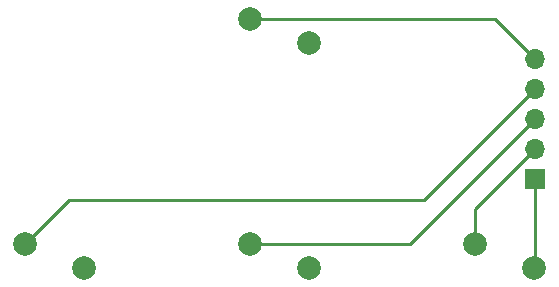
<source format=gtl>
G04 #@! TF.GenerationSoftware,KiCad,Pcbnew,6.0.11-2627ca5db0~126~ubuntu22.04.1*
G04 #@! TF.CreationDate,2023-03-31T14:28:34-07:00*
G04 #@! TF.ProjectId,arrow-cluster-choc,6172726f-772d-4636-9c75-737465722d63,rev?*
G04 #@! TF.SameCoordinates,Original*
G04 #@! TF.FileFunction,Copper,L1,Top*
G04 #@! TF.FilePolarity,Positive*
%FSLAX46Y46*%
G04 Gerber Fmt 4.6, Leading zero omitted, Abs format (unit mm)*
G04 Created by KiCad (PCBNEW 6.0.11-2627ca5db0~126~ubuntu22.04.1) date 2023-03-31 14:28:34*
%MOMM*%
%LPD*%
G01*
G04 APERTURE LIST*
G04 #@! TA.AperFunction,ComponentPad*
%ADD10R,1.700000X1.700000*%
G04 #@! TD*
G04 #@! TA.AperFunction,ComponentPad*
%ADD11O,1.700000X1.700000*%
G04 #@! TD*
G04 #@! TA.AperFunction,ComponentPad*
%ADD12C,2.000000*%
G04 #@! TD*
G04 #@! TA.AperFunction,Conductor*
%ADD13C,0.250000*%
G04 #@! TD*
G04 APERTURE END LIST*
D10*
X137400000Y-61000000D03*
D11*
X137400000Y-58460000D03*
X137400000Y-55920000D03*
X137400000Y-53380000D03*
X137400000Y-50840000D03*
D12*
X99234000Y-68590000D03*
X94234000Y-66490000D03*
X137334000Y-68590000D03*
X132334000Y-66490000D03*
X118284000Y-49540000D03*
X113284000Y-47440000D03*
X118284000Y-68590000D03*
X113284000Y-66490000D03*
D13*
X113284000Y-66490000D02*
X126830000Y-66490000D01*
X126830000Y-66490000D02*
X137400000Y-55920000D01*
X137400000Y-53380000D02*
X127980000Y-62800000D01*
X97924000Y-62800000D02*
X94234000Y-66490000D01*
X127980000Y-62800000D02*
X97924000Y-62800000D01*
X113284000Y-47440000D02*
X134000000Y-47440000D01*
X134000000Y-47440000D02*
X137400000Y-50840000D01*
X132334000Y-66490000D02*
X132334000Y-63526000D01*
X132334000Y-63526000D02*
X137400000Y-58460000D01*
X137400000Y-61000000D02*
X137400000Y-68524000D01*
X137400000Y-68524000D02*
X137334000Y-68590000D01*
M02*

</source>
